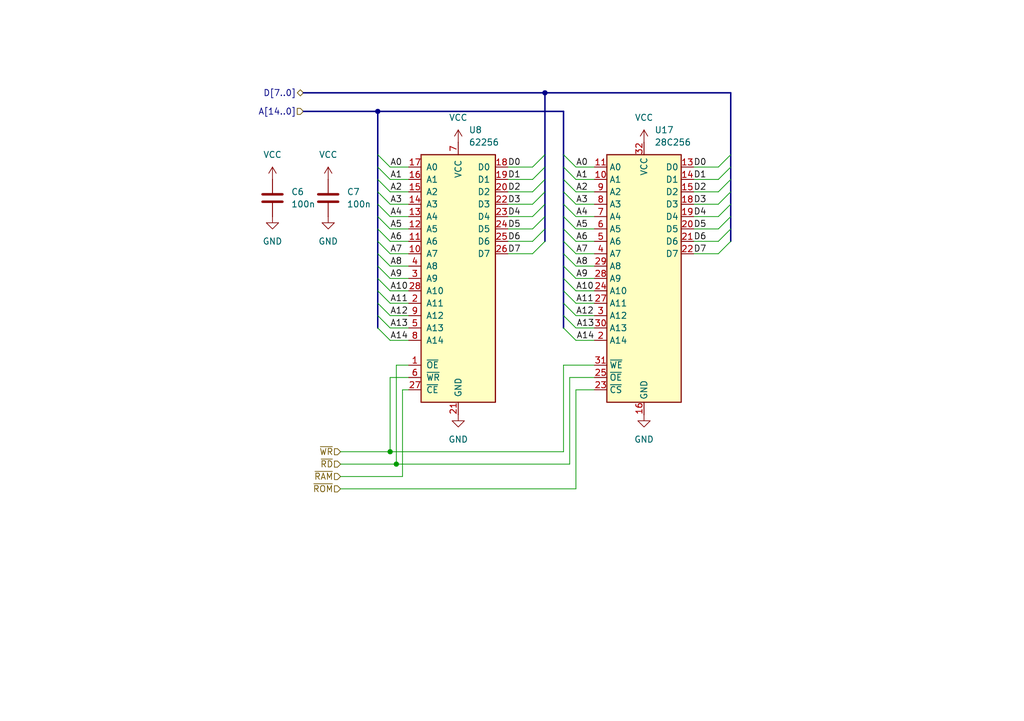
<source format=kicad_sch>
(kicad_sch (version 20250114) (generator "eeschema") (generator_version "9.0")
  (paper "A5")
  (title_block (title "Memory") (date "2025-10-14") (rev "A") (company "A.K."))
  (lib_symbols
    (symbol "8bits:62256" (pin_names (offset 1.016))
      (property "Reference" "U8" (at 2.1433 30.48 0))
      (property "Value" "62256" (at 2.1433 27.94 0))
      (symbol "62256_1_1"
        (rectangle (start -7.62 25.4) (end 7.62 -25.4) (stroke (width 0.254)) (fill (type background)))
        (pin input line (at -10.16 22.86 0) (length 2.54) (name "A0") (number "17"))
        (pin input line (at -10.16 20.32 0) (length 2.54) (name "A1") (number "16"))
        (pin input line (at -10.16 17.78 0) (length 2.54) (name "A2") (number "15"))
        (pin input line (at -10.16 15.24 0) (length 2.54) (name "A3") (number "14"))
        (pin input line (at -10.16 12.7 0) (length 2.54) (name "A4") (number "13"))
        (pin input line (at -10.16 10.16 0) (length 2.54) (name "A5") (number "12"))
        (pin input line (at -10.16 7.62 0) (length 2.54) (name "A6") (number "11"))
        (pin input line (at -10.16 5.08 0) (length 2.54) (name "A7") (number "10"))
        (pin input line (at -10.16 2.54 0) (length 2.54) (name "A8") (number "4"))
        (pin input line (at -10.16 0 0) (length 2.54) (name "A9") (number "3"))
        (pin input line (at -10.16 -2.54 0) (length 2.54) (name "A10") (number "28"))
        (pin input line (at -10.16 -5.08 0) (length 2.54) (name "A11") (number "2"))
        (pin input line (at -10.16 -7.62 0) (length 2.54) (name "A12") (number "9"))
        (pin input line (at -10.16 -10.16 0) (length 2.54) (name "A13") (number "5"))
        (pin input line (at -10.16 -12.7 0) (length 2.54) (name "A14") (number "8"))
        (pin input line (at -10.16 -17.78 0) (length 2.54) (name "~{OE}") (number "1"))
        (pin input line (at -10.16 -20.32 0) (length 2.54) (name "~{WR}") (number "6"))
        (pin input line (at -10.16 -22.86 0) (length 2.54) (name "~{CE}") (number "27"))
        (pin power_in line (at 0 27.94 270) (length 2.54) (name "VCC") (number "7"))
        (pin power_in line (at 0 -27.94 90) (length 2.54) (name "GND") (number "21"))
        (pin tri_state line (at 10.16 22.86 180) (length 2.54) (name "D0") (number "18"))
        (pin tri_state line (at 10.16 20.32 180) (length 2.54) (name "D1") (number "19"))
        (pin tri_state line (at 10.16 17.78 180) (length 2.54) (name "D2") (number "20"))
        (pin tri_state line (at 10.16 15.24 180) (length 2.54) (name "D3") (number "22"))
        (pin tri_state line (at 10.16 12.7 180) (length 2.54) (name "D4") (number "23"))
        (pin tri_state line (at 10.16 10.16 180) (length 2.54) (name "D5") (number "24"))
        (pin tri_state line (at 10.16 7.62 180) (length 2.54) (name "D6") (number "25"))
        (pin tri_state line (at 10.16 5.08 180) (length 2.54) (name "D7") (number "26"))
      )
    )
    (symbol "Device:C" (pin_numbers (hide yes)) (pin_names (offset 0.254))
      (property "Reference" "C" (at 0.635 2.54 0))
      (property "Value" "C" (at 0.635 -2.54 0))
      (symbol "C_0_1"
        (polyline (pts (xy -2.032 0.762) (xy 2.032 0.762)) (stroke (width 0.508)))
        (polyline (pts (xy -2.032 -0.762) (xy 2.032 -0.762)) (stroke (width 0.508)))
      )
      (symbol "C_1_1"
        (pin passive line (at 0 3.81 270) (length 2.794) (name "~") (number "1"))
        (pin passive line (at 0 -3.81 90) (length 2.794) (name "~") (number "2"))
      )
    )
    (symbol "Memory_EEPROM:28C256"
      (property "Reference" "U17" (at 2.1433 30.48 0))
      (property "Value" "28C256" (at 2.1433 27.94 0))
      (symbol "28C256_1_1"
        (rectangle (start -7.62 25.4) (end 7.62 -25.4) (stroke (width 0.254)) (fill (type background)))
        (pin input line (at -10.16 22.86 0) (length 2.54) (name "A0") (number "11"))
        (pin input line (at -10.16 20.32 0) (length 2.54) (name "A1") (number "10"))
        (pin input line (at -10.16 17.78 0) (length 2.54) (name "A2") (number "9"))
        (pin input line (at -10.16 15.24 0) (length 2.54) (name "A3") (number "8"))
        (pin input line (at -10.16 12.7 0) (length 2.54) (name "A4") (number "7"))
        (pin input line (at -10.16 10.16 0) (length 2.54) (name "A5") (number "6"))
        (pin input line (at -10.16 7.62 0) (length 2.54) (name "A6") (number "5"))
        (pin input line (at -10.16 5.08 0) (length 2.54) (name "A7") (number "4"))
        (pin input line (at -10.16 2.54 0) (length 2.54) (name "A8") (number "29"))
        (pin input line (at -10.16 0 0) (length 2.54) (name "A9") (number "28"))
        (pin input line (at -10.16 -2.54 0) (length 2.54) (name "A10") (number "24"))
        (pin input line (at -10.16 -5.08 0) (length 2.54) (name "A11") (number "27"))
        (pin input line (at -10.16 -7.62 0) (length 2.54) (name "A12") (number "3"))
        (pin input line (at -10.16 -10.16 0) (length 2.54) (name "A13") (number "30"))
        (pin input line (at -10.16 -12.7 0) (length 2.54) (name "A14") (number "2"))
        (pin input line (at -10.16 -17.78 0) (length 2.54) (name "~{WE}") (number "31"))
        (pin input line (at -10.16 -20.32 0) (length 2.54) (name "~{OE}") (number "25"))
        (pin input line (at -10.16 -22.86 0) (length 2.54) (name "~{CS}") (number "23"))
        (pin power_in line (at 0 27.94 270) (length 2.54) (name "VCC") (number "32"))
        (pin power_in line (at 0 -27.94 90) (length 2.54) (name "GND") (number "16"))
        (pin tri_state line (at 10.16 22.86 180) (length 2.54) (name "D0") (number "13"))
        (pin tri_state line (at 10.16 20.32 180) (length 2.54) (name "D1") (number "14"))
        (pin tri_state line (at 10.16 17.78 180) (length 2.54) (name "D2") (number "15"))
        (pin tri_state line (at 10.16 15.24 180) (length 2.54) (name "D3") (number "18"))
        (pin tri_state line (at 10.16 12.7 180) (length 2.54) (name "D4") (number "19"))
        (pin tri_state line (at 10.16 10.16 180) (length 2.54) (name "D5") (number "20"))
        (pin tri_state line (at 10.16 7.62 180) (length 2.54) (name "D6") (number "21"))
        (pin tri_state line (at 10.16 5.08 180) (length 2.54) (name "D7") (number "22"))
      )
    )
    (symbol "power:GND" (power) (pin_numbers (hide yes)) (pin_names (offset 0) (hide yes))
      (property "Value" "GND" (at 0 -3.81 0))
      (symbol "GND_0_1"
        (polyline (pts (xy 0 0) (xy 0 -1.27) (xy 1.27 -1.27) (xy 0 -2.54) (xy -1.27 -1.27) (xy 0 -1.27)))
      )
      (symbol "GND_1_1"
        (pin power_in line (at 0 0 270) (length 0) (name "~") (number "1"))
      )
    )
    (symbol "power:VCC" (power) (pin_numbers (hide yes)) (pin_names (offset 0) (hide yes))
      (property "Value" "VCC" (at 0 3.556 0))
      (symbol "VCC_0_1"
        (polyline (pts (xy -0.762 1.27) (xy 0 2.54)))
        (polyline (pts (xy 0 2.54) (xy 0.762 1.27)))
        (polyline (pts (xy 0 0) (xy 0 2.54)))
      )
      (symbol "VCC_1_1"
        (pin power_in line (at 0 0 90) (length 0) (name "~") (number "1"))
      )
    )
  )
  (junction (at 77.47 22.86))
  (junction (at 111.76 19.05))
  (junction (at 80.01 92.71))
  (junction (at 81.28 95.25))
  (bus_entry (at 149.86 44.45) (size -2.54 2.54))
  (bus_entry (at 77.47 41.91) (size 2.54 2.54))
  (bus_entry (at 149.86 31.75) (size -2.54 2.54))
  (bus_entry (at 115.57 64.77) (size 2.54 2.54))
  (bus_entry (at 149.86 49.53) (size -2.54 2.54))
  (bus_entry (at 115.57 59.69) (size 2.54 2.54))
  (bus_entry (at 111.76 46.99) (size -2.54 2.54))
  (bus_entry (at 149.86 46.99) (size -2.54 2.54))
  (bus_entry (at 77.47 31.75) (size 2.54 2.54))
  (bus_entry (at 111.76 44.45) (size -2.54 2.54))
  (bus_entry (at 111.76 34.29) (size -2.54 2.54))
  (bus_entry (at 77.47 34.29) (size 2.54 2.54))
  (bus_entry (at 149.86 34.29) (size -2.54 2.54))
  (bus_entry (at 115.57 57.15) (size 2.54 2.54))
  (bus_entry (at 115.57 39.37) (size 2.54 2.54))
  (bus_entry (at 77.47 59.69) (size 2.54 2.54))
  (bus_entry (at 149.86 41.91) (size -2.54 2.54))
  (bus_entry (at 77.47 46.99) (size 2.54 2.54))
  (bus_entry (at 115.57 31.75) (size 2.54 2.54))
  (bus_entry (at 77.47 62.23) (size 2.54 2.54))
  (bus_entry (at 77.47 57.15) (size 2.54 2.54))
  (bus_entry (at 77.47 44.45) (size 2.54 2.54))
  (bus_entry (at 77.47 52.07) (size 2.54 2.54))
  (bus_entry (at 77.47 39.37) (size 2.54 2.54))
  (bus_entry (at 115.57 62.23) (size 2.54 2.54))
  (bus_entry (at 149.86 39.37) (size -2.54 2.54))
  (bus_entry (at 115.57 44.45) (size 2.54 2.54))
  (bus_entry (at 115.57 49.53) (size 2.54 2.54))
  (bus_entry (at 115.57 67.31) (size 2.54 2.54))
  (bus_entry (at 149.86 36.83) (size -2.54 2.54))
  (bus_entry (at 77.47 67.31) (size 2.54 2.54))
  (bus_entry (at 77.47 49.53) (size 2.54 2.54))
  (bus_entry (at 111.76 49.53) (size -2.54 2.54))
  (bus_entry (at 77.47 36.83) (size 2.54 2.54))
  (bus_entry (at 111.76 41.91) (size -2.54 2.54))
  (bus_entry (at 111.76 39.37) (size -2.54 2.54))
  (bus_entry (at 115.57 41.91) (size 2.54 2.54))
  (bus_entry (at 115.57 54.61) (size 2.54 2.54))
  (bus_entry (at 115.57 52.07) (size 2.54 2.54))
  (bus_entry (at 77.47 54.61) (size 2.54 2.54))
  (bus_entry (at 77.47 64.77) (size 2.54 2.54))
  (bus_entry (at 111.76 36.83) (size -2.54 2.54))
  (bus_entry (at 115.57 34.29) (size 2.54 2.54))
  (bus_entry (at 111.76 31.75) (size -2.54 2.54))
  (bus_entry (at 115.57 36.83) (size 2.54 2.54))
  (bus_entry (at 115.57 46.99) (size 2.54 2.54))
  (wire (pts (xy 82.55 97.79) (xy 82.55 80.01)))
  (wire (pts (xy 80.01 69.85) (xy 83.82 69.85)))
  (bus (pts (xy 149.86 44.45) (xy 149.86 46.99)))
  (bus (pts (xy 111.76 39.37) (xy 111.76 41.91)))
  (bus (pts (xy 77.47 57.15) (xy 77.47 59.69)))
  (wire (pts (xy 142.24 44.45) (xy 147.32 44.45)))
  (wire (pts (xy 80.01 62.23) (xy 83.82 62.23)))
  (wire (pts (xy 81.28 95.25) (xy 116.84 95.25)))
  (bus (pts (xy 115.57 59.69) (xy 115.57 62.23)))
  (bus (pts (xy 77.47 54.61) (xy 77.47 57.15)))
  (wire (pts (xy 118.11 36.83) (xy 121.92 36.83)))
  (bus (pts (xy 115.57 36.83) (xy 115.57 39.37)))
  (bus (pts (xy 115.57 34.29) (xy 115.57 36.83)))
  (wire (pts (xy 104.14 46.99) (xy 109.22 46.99)))
  (wire (pts (xy 116.84 77.47) (xy 121.92 77.47)))
  (wire (pts (xy 80.01 59.69) (xy 83.82 59.69)))
  (bus (pts (xy 149.86 46.99) (xy 149.86 49.53)))
  (wire (pts (xy 142.24 49.53) (xy 147.32 49.53)))
  (wire (pts (xy 80.01 54.61) (xy 83.82 54.61)))
  (bus (pts (xy 77.47 49.53) (xy 77.47 52.07)))
  (wire (pts (xy 80.01 92.71) (xy 115.57 92.71)))
  (bus (pts (xy 77.47 59.69) (xy 77.47 62.23)))
  (bus (pts (xy 77.47 34.29) (xy 77.47 36.83)))
  (wire (pts (xy 69.85 95.25) (xy 81.28 95.25)))
  (bus (pts (xy 149.86 41.91) (xy 149.86 44.45)))
  (wire (pts (xy 104.14 39.37) (xy 109.22 39.37)))
  (wire (pts (xy 80.01 36.83) (xy 83.82 36.83)))
  (bus (pts (xy 115.57 41.91) (xy 115.57 44.45)))
  (wire (pts (xy 81.28 74.93) (xy 83.82 74.93)))
  (bus (pts (xy 115.57 31.75) (xy 115.57 34.29)))
  (wire (pts (xy 118.11 62.23) (xy 121.92 62.23)))
  (wire (pts (xy 118.11 64.77) (xy 121.92 64.77)))
  (bus (pts (xy 77.47 31.75) (xy 77.47 34.29)))
  (bus (pts (xy 115.57 64.77) (xy 115.57 67.31)))
  (wire (pts (xy 104.14 36.83) (xy 109.22 36.83)))
  (wire (pts (xy 69.85 92.71) (xy 80.01 92.71)))
  (wire (pts (xy 80.01 49.53) (xy 83.82 49.53)))
  (wire (pts (xy 142.24 41.91) (xy 147.32 41.91)))
  (wire (pts (xy 80.01 52.07) (xy 83.82 52.07)))
  (wire (pts (xy 118.11 49.53) (xy 121.92 49.53)))
  (wire (pts (xy 80.01 77.47) (xy 83.82 77.47)))
  (wire (pts (xy 80.01 67.31) (xy 83.82 67.31)))
  (bus (pts (xy 111.76 34.29) (xy 111.76 36.83)))
  (bus (pts (xy 77.47 52.07) (xy 77.47 54.61)))
  (wire (pts (xy 80.01 92.71) (xy 80.01 77.47)))
  (bus (pts (xy 111.76 46.99) (xy 111.76 49.53)))
  (bus (pts (xy 115.57 54.61) (xy 115.57 57.15)))
  (bus (pts (xy 111.76 44.45) (xy 111.76 46.99)))
  (bus (pts (xy 149.86 31.75) (xy 149.86 34.29)))
  (wire (pts (xy 80.01 34.29) (xy 83.82 34.29)))
  (bus (pts (xy 77.47 41.91) (xy 77.47 44.45)))
  (wire (pts (xy 142.24 39.37) (xy 147.32 39.37)))
  (wire (pts (xy 118.11 59.69) (xy 121.92 59.69)))
  (wire (pts (xy 118.11 57.15) (xy 121.92 57.15)))
  (bus (pts (xy 111.76 31.75) (xy 111.76 34.29)))
  (bus (pts (xy 149.86 36.83) (xy 149.86 39.37)))
  (bus (pts (xy 115.57 57.15) (xy 115.57 59.69)))
  (wire (pts (xy 118.11 69.85) (xy 121.92 69.85)))
  (bus (pts (xy 62.23 19.05) (xy 111.76 19.05)))
  (wire (pts (xy 69.85 100.33) (xy 118.11 100.33)))
  (bus (pts (xy 115.57 39.37) (xy 115.57 41.91)))
  (wire (pts (xy 115.57 74.93) (xy 121.92 74.93)))
  (wire (pts (xy 82.55 80.01) (xy 83.82 80.01)))
  (bus (pts (xy 149.86 34.29) (xy 149.86 36.83)))
  (wire (pts (xy 118.11 46.99) (xy 121.92 46.99)))
  (bus (pts (xy 149.86 39.37) (xy 149.86 41.91)))
  (bus (pts (xy 115.57 44.45) (xy 115.57 46.99)))
  (wire (pts (xy 104.14 52.07) (xy 109.22 52.07)))
  (bus (pts (xy 115.57 62.23) (xy 115.57 64.77)))
  (wire (pts (xy 80.01 41.91) (xy 83.82 41.91)))
  (bus (pts (xy 77.47 22.86) (xy 115.57 22.86)))
  (bus (pts (xy 77.47 44.45) (xy 77.47 46.99)))
  (wire (pts (xy 104.14 34.29) (xy 109.22 34.29)))
  (bus (pts (xy 111.76 41.91) (xy 111.76 44.45)))
  (wire (pts (xy 118.11 44.45) (xy 121.92 44.45)))
  (wire (pts (xy 142.24 52.07) (xy 147.32 52.07)))
  (bus (pts (xy 62.23 22.86) (xy 77.47 22.86)))
  (wire (pts (xy 81.28 95.25) (xy 81.28 74.93)))
  (wire (pts (xy 118.11 41.91) (xy 121.92 41.91)))
  (bus (pts (xy 77.47 46.99) (xy 77.47 49.53)))
  (wire (pts (xy 118.11 80.01) (xy 121.92 80.01)))
  (bus (pts (xy 111.76 36.83) (xy 111.76 39.37)))
  (wire (pts (xy 118.11 100.33) (xy 118.11 80.01)))
  (wire (pts (xy 118.11 67.31) (xy 121.92 67.31)))
  (bus (pts (xy 115.57 46.99) (xy 115.57 49.53)))
  (bus (pts (xy 115.57 49.53) (xy 115.57 52.07)))
  (wire (pts (xy 142.24 36.83) (xy 147.32 36.83)))
  (wire (pts (xy 116.84 95.25) (xy 116.84 77.47)))
  (wire (pts (xy 80.01 46.99) (xy 83.82 46.99)))
  (wire (pts (xy 118.11 39.37) (xy 121.92 39.37)))
  (wire (pts (xy 69.85 97.79) (xy 82.55 97.79)))
  (wire (pts (xy 104.14 44.45) (xy 109.22 44.45)))
  (bus (pts (xy 115.57 52.07) (xy 115.57 54.61)))
  (wire (pts (xy 118.11 52.07) (xy 121.92 52.07)))
  (wire (pts (xy 118.11 54.61) (xy 121.92 54.61)))
  (bus (pts (xy 77.47 39.37) (xy 77.47 41.91)))
  (wire (pts (xy 115.57 92.71) (xy 115.57 74.93)))
  (wire (pts (xy 80.01 39.37) (xy 83.82 39.37)))
  (wire (pts (xy 80.01 44.45) (xy 83.82 44.45)))
  (bus (pts (xy 77.47 36.83) (xy 77.47 39.37)))
  (bus (pts (xy 111.76 19.05) (xy 149.86 19.05)))
  (wire (pts (xy 142.24 46.99) (xy 147.32 46.99)))
  (wire (pts (xy 80.01 57.15) (xy 83.82 57.15)))
  (bus (pts (xy 77.47 64.77) (xy 77.47 67.31)))
  (wire (pts (xy 104.14 41.91) (xy 109.22 41.91)))
  (bus (pts (xy 77.47 62.23) (xy 77.47 64.77)))
  (bus (pts (xy 111.76 19.05) (xy 111.76 31.75)))
  (wire (pts (xy 80.01 64.77) (xy 83.82 64.77)))
  (wire (pts (xy 104.14 49.53) (xy 109.22 49.53)))
  (bus (pts (xy 149.86 19.05) (xy 149.86 31.75)))
  (bus (pts (xy 115.57 22.86) (xy 115.57 31.75)))
  (bus (pts (xy 77.47 22.86) (xy 77.47 31.75)))
  (wire (pts (xy 142.24 34.29) (xy 147.32 34.29)))
  (wire (pts (xy 118.11 34.29) (xy 121.92 34.29)))
  (label "A8" (at 118.11 54.61 0))
  (label "D6" (at 142.24 49.53 0))
  (label "A11" (at 80.01 62.23 0))
  (label "A5" (at 118.11 46.99 0))
  (label "D0" (at 142.24 34.29 0))
  (label "D2" (at 104.14 39.37 0))
  (label "A13" (at 121.92 67.31 180))
  (label "A5" (at 80.01 46.99 0))
  (label "D7" (at 104.14 52.07 0))
  (label "A14" (at 121.92 69.85 180))
  (label "A0" (at 118.11 34.29 0))
  (label "A12" (at 118.11 64.77 0))
  (label "A3" (at 80.01 41.91 0))
  (label "A1" (at 118.11 36.83 0))
  (label "A10" (at 118.11 59.69 0))
  (label "D6" (at 104.14 49.53 0))
  (label "A4" (at 118.11 44.45 0))
  (label "A9" (at 80.01 57.15 0))
  (label "A7" (at 80.01 52.07 0))
  (label "A6" (at 118.11 49.53 0))
  (label "D3" (at 142.24 41.91 0))
  (label "D2" (at 142.24 39.37 0))
  (label "D1" (at 104.14 36.83 0))
  (label "D7" (at 142.24 52.07 0))
  (label "D4" (at 142.24 44.45 0))
  (label "A10" (at 80.01 59.69 0))
  (label "A12" (at 80.01 64.77 0))
  (label "D5" (at 104.14 46.99 0))
  (label "D5" (at 142.24 46.99 0))
  (label "D0" (at 104.14 34.29 0))
  (label "A14" (at 80.01 69.85 0))
  (label "A9" (at 118.11 57.15 0))
  (label "A6" (at 80.01 49.53 0))
  (label "A11" (at 118.11 62.23 0))
  (label "A0" (at 80.01 34.29 0))
  (label "A13" (at 80.01 67.31 0))
  (label "A1" (at 80.01 36.83 0))
  (label "A4" (at 80.01 44.45 0))
  (label "A3" (at 118.11 41.91 0))
  (label "A8" (at 80.01 54.61 0))
  (label "A2" (at 80.01 39.37 0))
  (label "D4" (at 104.14 44.45 0))
  (label "A2" (at 118.11 39.37 0))
  (label "D3" (at 104.14 41.91 0))
  (label "D1" (at 142.24 36.83 0))
  (label "A7" (at 118.11 52.07 0))
  (hierarchical_label "~{WR}" (shape input) (at 69.85 92.71 180))
  (hierarchical_label "~{ROM}" (shape input) (at 69.85 100.33 180))
  (hierarchical_label "~{RAM}" (shape input) (at 69.85 97.79 180))
  (hierarchical_label "A[14..0]" (shape input) (at 62.23 22.86 180))
  (hierarchical_label "D[7..0]" (shape bidirectional) (at 62.23 19.05 180))
  (hierarchical_label "~{RD}" (shape input) (at 69.85 95.25 180))
  (symbol (lib_id "Memory_EEPROM:28C256") (at 132.08 57.15 0) (unit 1)
    (property "Reference" "U17" (at 134.2233 26.67 0) (effects (justify left)))
    (property "Value" "28C256" (at 134.2233 29.21 0) (effects (justify left)))
    (property "Footprint" "Package_LCC:PLCC-32_11.4x14.0mm_P1.27mm" (effects (hide yes)))
    (property "Datasheet" "http://ww1.microchip.com/downloads/en/DeviceDoc/doc0006.pdf" (effects (hide yes)))
    (property "Description" "Paged Parallel EEPROM 256Kb (32K x 8), DIP-28/SOIC-28" (effects (hide yes)))
  )
  (symbol (lib_id "power:VCC") (at 55.88 36.83 0) (unit 1)
    (property "Reference" "#PWR023" (effects (hide yes)))
    (property "Value" "VCC" (at 55.88 31.75 0))
    (property "Description" "Power symbol creates a global label with name \"VCC\"" (effects (hide yes)))
  )
  (symbol (lib_id "power:GND") (at 132.08 85.09 0) (unit 1)
    (property "Reference" "#PWR022" (effects (hide yes)))
    (property "Value" "GND" (at 132.08 90.17 0))
    (property "Description" "Power symbol creates a global label with name \"GND\" , ground" (effects (hide yes)))
  )
  (symbol (lib_id "power:GND") (at 55.88 44.45 0) (unit 1)
    (property "Reference" "#PWR025" (effects (hide yes)))
    (property "Value" "GND" (at 55.88 49.53 0))
    (property "Description" "Power symbol creates a global label with name \"GND\" , ground" (effects (hide yes)))
  )
  (symbol (lib_id "Device:C") (at 67.31 40.64 0) (unit 1)
    (property "Reference" "C7" (at 71.12 39.3699 0) (effects (justify left)))
    (property "Value" "100n" (at 71.12 41.9099 0) (effects (justify left)))
    (property "Footprint" "Capacitor_SMD:C_0805_2012Metric" (effects (hide yes)))
    (property "Description" "Unpolarized capacitor" (effects (hide yes)))
  )
  (symbol (lib_id "power:VCC") (at 67.31 36.83 0) (unit 1)
    (property "Reference" "#PWR024" (effects (hide yes)))
    (property "Value" "VCC" (at 67.31 31.75 0))
    (property "Description" "Power symbol creates a global label with name \"VCC\"" (effects (hide yes)))
  )
  (symbol (lib_id "power:GND") (at 67.31 44.45 0) (unit 1)
    (property "Reference" "#PWR026" (effects (hide yes)))
    (property "Value" "GND" (at 67.31 49.53 0))
    (property "Description" "Power symbol creates a global label with name \"GND\" , ground" (effects (hide yes)))
  )
  (symbol (lib_id "power:VCC") (at 93.98 29.21 0) (unit 1)
    (property "Reference" "#PWR019" (effects (hide yes)))
    (property "Value" "VCC" (at 93.98 24.13 0))
    (property "Description" "Power symbol creates a global label with name \"VCC\"" (effects (hide yes)))
  )
  (symbol (lib_id "8bits:62256") (at 93.98 57.15 0) (unit 1)
    (property "Reference" "U8" (at 96.1233 26.67 0) (effects (justify left)))
    (property "Value" "62256" (at 96.1233 29.21 0) (effects (justify left)))
    (property "Footprint" "Package_SO:TSOP-I-28_11.8x8mm_P0.55mm" (effects (hide yes)))
  )
  (symbol (lib_id "power:VCC") (at 132.08 29.21 0) (unit 1)
    (property "Reference" "#PWR020" (effects (hide yes)))
    (property "Value" "VCC" (at 132.08 24.13 0))
    (property "Description" "Power symbol creates a global label with name \"VCC\"" (effects (hide yes)))
  )
  (symbol (lib_id "power:GND") (at 93.98 85.09 0) (unit 1)
    (property "Reference" "#PWR021" (effects (hide yes)))
    (property "Value" "GND" (at 93.98 90.17 0))
    (property "Description" "Power symbol creates a global label with name \"GND\" , ground" (effects (hide yes)))
  )
  (symbol (lib_id "Device:C") (at 55.88 40.64 0) (unit 1)
    (property "Reference" "C6" (at 59.69 39.3699 0) (effects (justify left)))
    (property "Value" "100n" (at 59.69 41.9099 0) (effects (justify left)))
    (property "Footprint" "Capacitor_SMD:C_0805_2012Metric" (effects (hide yes)))
    (property "Description" "Unpolarized capacitor" (effects (hide yes)))
  )
)
</source>
